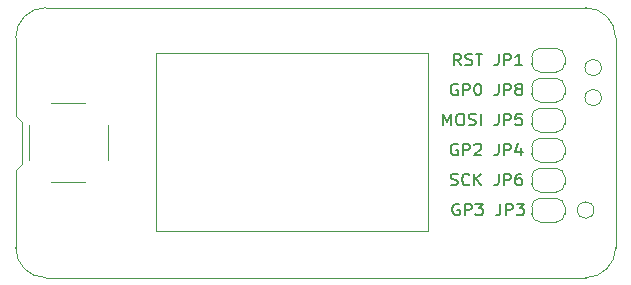
<source format=gbr>
G04 #@! TF.GenerationSoftware,KiCad,Pcbnew,(5.1.0-0)*
G04 #@! TF.CreationDate,2019-05-27T18:32:18+02:00*
G04 #@! TF.ProjectId,huzzah-cc112x-shield,68757a7a-6168-42d6-9363-313132782d73,1*
G04 #@! TF.SameCoordinates,Original*
G04 #@! TF.FileFunction,Legend,Top*
G04 #@! TF.FilePolarity,Positive*
%FSLAX46Y46*%
G04 Gerber Fmt 4.6, Leading zero omitted, Abs format (unit mm)*
G04 Created by KiCad (PCBNEW (5.1.0-0)) date 2019-05-27 18:32:18*
%MOMM*%
%LPD*%
G04 APERTURE LIST*
%ADD10C,0.120000*%
%ADD11C,0.100000*%
%ADD12C,0.150000*%
G04 APERTURE END LIST*
D10*
X57720000Y-21860000D02*
X59120000Y-21860000D01*
X59820000Y-22560000D02*
X59820000Y-23160000D01*
X59120000Y-23860000D02*
X57720000Y-23860000D01*
X57020000Y-23160000D02*
X57020000Y-22560000D01*
X57020000Y-22560000D02*
G75*
G02X57720000Y-21860000I700000J0D01*
G01*
X57720000Y-23860000D02*
G75*
G02X57020000Y-23160000I0J700000D01*
G01*
X59820000Y-23160000D02*
G75*
G02X59120000Y-23860000I-700000J0D01*
G01*
X59120000Y-21860000D02*
G75*
G02X59820000Y-22560000I0J-700000D01*
G01*
X62930000Y-20955000D02*
G75*
G03X62930000Y-20955000I-700000J0D01*
G01*
X62930000Y-18415000D02*
G75*
G03X62930000Y-18415000I-700000J0D01*
G01*
X62295000Y-30480000D02*
G75*
G03X62295000Y-30480000I-700000J0D01*
G01*
X57720000Y-19320000D02*
X59120000Y-19320000D01*
X59820000Y-20020000D02*
X59820000Y-20620000D01*
X59120000Y-21320000D02*
X57720000Y-21320000D01*
X57020000Y-20620000D02*
X57020000Y-20020000D01*
X57020000Y-20020000D02*
G75*
G02X57720000Y-19320000I700000J0D01*
G01*
X57720000Y-21320000D02*
G75*
G02X57020000Y-20620000I0J700000D01*
G01*
X59820000Y-20620000D02*
G75*
G02X59120000Y-21320000I-700000J0D01*
G01*
X59120000Y-19320000D02*
G75*
G02X59820000Y-20020000I0J-700000D01*
G01*
X57720000Y-26940000D02*
X59120000Y-26940000D01*
X59820000Y-27640000D02*
X59820000Y-28240000D01*
X59120000Y-28940000D02*
X57720000Y-28940000D01*
X57020000Y-28240000D02*
X57020000Y-27640000D01*
X57020000Y-27640000D02*
G75*
G02X57720000Y-26940000I700000J0D01*
G01*
X57720000Y-28940000D02*
G75*
G02X57020000Y-28240000I0J700000D01*
G01*
X59820000Y-28240000D02*
G75*
G02X59120000Y-28940000I-700000J0D01*
G01*
X59120000Y-26940000D02*
G75*
G02X59820000Y-27640000I0J-700000D01*
G01*
X57720000Y-24400000D02*
X59120000Y-24400000D01*
X59820000Y-25100000D02*
X59820000Y-25700000D01*
X59120000Y-26400000D02*
X57720000Y-26400000D01*
X57020000Y-25700000D02*
X57020000Y-25100000D01*
X57020000Y-25100000D02*
G75*
G02X57720000Y-24400000I700000J0D01*
G01*
X57720000Y-26400000D02*
G75*
G02X57020000Y-25700000I0J700000D01*
G01*
X59820000Y-25700000D02*
G75*
G02X59120000Y-26400000I-700000J0D01*
G01*
X59120000Y-24400000D02*
G75*
G02X59820000Y-25100000I0J-700000D01*
G01*
X57720000Y-29480000D02*
X59120000Y-29480000D01*
X59820000Y-30180000D02*
X59820000Y-30780000D01*
X59120000Y-31480000D02*
X57720000Y-31480000D01*
X57020000Y-30780000D02*
X57020000Y-30180000D01*
X57020000Y-30180000D02*
G75*
G02X57720000Y-29480000I700000J0D01*
G01*
X57720000Y-31480000D02*
G75*
G02X57020000Y-30780000I0J700000D01*
G01*
X59820000Y-30780000D02*
G75*
G02X59120000Y-31480000I-700000J0D01*
G01*
X59120000Y-29480000D02*
G75*
G02X59820000Y-30180000I0J-700000D01*
G01*
X57720000Y-16780000D02*
X59120000Y-16780000D01*
X59820000Y-17480000D02*
X59820000Y-18080000D01*
X59120000Y-18780000D02*
X57720000Y-18780000D01*
X57020000Y-18080000D02*
X57020000Y-17480000D01*
X57020000Y-17480000D02*
G75*
G02X57720000Y-16780000I700000J0D01*
G01*
X57720000Y-18780000D02*
G75*
G02X57020000Y-18080000I0J700000D01*
G01*
X59820000Y-18080000D02*
G75*
G02X59120000Y-18780000I-700000J0D01*
G01*
X59120000Y-16780000D02*
G75*
G02X59820000Y-17480000I0J-700000D01*
G01*
D11*
X15875000Y-36195000D02*
G75*
G02X13335000Y-33655000I0J2540000D01*
G01*
X13335000Y-27051000D02*
X13335000Y-33655000D01*
X13843000Y-26543000D02*
X13335000Y-27051000D01*
X13843000Y-22987000D02*
X13843000Y-26543000D01*
X13335000Y-22479000D02*
X13843000Y-22987000D01*
X13335000Y-15875000D02*
X13335000Y-22479000D01*
X13335000Y-15875000D02*
G75*
G02X15875000Y-13335000I2540000J0D01*
G01*
X61595000Y-13335000D02*
X15875000Y-13335000D01*
X61595000Y-13335000D02*
G75*
G02X64135000Y-15875000I0J-2540000D01*
G01*
X64135000Y-33655000D02*
X64135000Y-15875000D01*
X64135000Y-33655000D02*
G75*
G02X61595000Y-36195000I-2540000J0D01*
G01*
X15875000Y-36195000D02*
X61595000Y-36195000D01*
D10*
X48250000Y-32250000D02*
X48250000Y-17190000D01*
X48250000Y-32250000D02*
X25200000Y-32250000D01*
X25200000Y-32250000D02*
X25200000Y-17190000D01*
X48250000Y-17190000D02*
X25200000Y-17190000D01*
X16330000Y-28120000D02*
X19230000Y-28120000D01*
X16330000Y-21410000D02*
X19230000Y-21410000D01*
X21135000Y-26215000D02*
X21135000Y-23315000D01*
X14425000Y-26215000D02*
X14425000Y-23315000D01*
D12*
X49560357Y-23312380D02*
X49560357Y-22312380D01*
X49893690Y-23026666D01*
X50227023Y-22312380D01*
X50227023Y-23312380D01*
X50893690Y-22312380D02*
X51084166Y-22312380D01*
X51179404Y-22360000D01*
X51274642Y-22455238D01*
X51322261Y-22645714D01*
X51322261Y-22979047D01*
X51274642Y-23169523D01*
X51179404Y-23264761D01*
X51084166Y-23312380D01*
X50893690Y-23312380D01*
X50798452Y-23264761D01*
X50703214Y-23169523D01*
X50655595Y-22979047D01*
X50655595Y-22645714D01*
X50703214Y-22455238D01*
X50798452Y-22360000D01*
X50893690Y-22312380D01*
X51703214Y-23264761D02*
X51846071Y-23312380D01*
X52084166Y-23312380D01*
X52179404Y-23264761D01*
X52227023Y-23217142D01*
X52274642Y-23121904D01*
X52274642Y-23026666D01*
X52227023Y-22931428D01*
X52179404Y-22883809D01*
X52084166Y-22836190D01*
X51893690Y-22788571D01*
X51798452Y-22740952D01*
X51750833Y-22693333D01*
X51703214Y-22598095D01*
X51703214Y-22502857D01*
X51750833Y-22407619D01*
X51798452Y-22360000D01*
X51893690Y-22312380D01*
X52131785Y-22312380D01*
X52274642Y-22360000D01*
X52703214Y-23312380D02*
X52703214Y-22312380D01*
X54227023Y-22312380D02*
X54227023Y-23026666D01*
X54179404Y-23169523D01*
X54084166Y-23264761D01*
X53941309Y-23312380D01*
X53846071Y-23312380D01*
X54703214Y-23312380D02*
X54703214Y-22312380D01*
X55084166Y-22312380D01*
X55179404Y-22360000D01*
X55227023Y-22407619D01*
X55274642Y-22502857D01*
X55274642Y-22645714D01*
X55227023Y-22740952D01*
X55179404Y-22788571D01*
X55084166Y-22836190D01*
X54703214Y-22836190D01*
X56179404Y-22312380D02*
X55703214Y-22312380D01*
X55655595Y-22788571D01*
X55703214Y-22740952D01*
X55798452Y-22693333D01*
X56036547Y-22693333D01*
X56131785Y-22740952D01*
X56179404Y-22788571D01*
X56227023Y-22883809D01*
X56227023Y-23121904D01*
X56179404Y-23217142D01*
X56131785Y-23264761D01*
X56036547Y-23312380D01*
X55798452Y-23312380D01*
X55703214Y-23264761D01*
X55655595Y-23217142D01*
X50750833Y-19820000D02*
X50655595Y-19772380D01*
X50512738Y-19772380D01*
X50369880Y-19820000D01*
X50274642Y-19915238D01*
X50227023Y-20010476D01*
X50179404Y-20200952D01*
X50179404Y-20343809D01*
X50227023Y-20534285D01*
X50274642Y-20629523D01*
X50369880Y-20724761D01*
X50512738Y-20772380D01*
X50607976Y-20772380D01*
X50750833Y-20724761D01*
X50798452Y-20677142D01*
X50798452Y-20343809D01*
X50607976Y-20343809D01*
X51227023Y-20772380D02*
X51227023Y-19772380D01*
X51607976Y-19772380D01*
X51703214Y-19820000D01*
X51750833Y-19867619D01*
X51798452Y-19962857D01*
X51798452Y-20105714D01*
X51750833Y-20200952D01*
X51703214Y-20248571D01*
X51607976Y-20296190D01*
X51227023Y-20296190D01*
X52417499Y-19772380D02*
X52512738Y-19772380D01*
X52607976Y-19820000D01*
X52655595Y-19867619D01*
X52703214Y-19962857D01*
X52750833Y-20153333D01*
X52750833Y-20391428D01*
X52703214Y-20581904D01*
X52655595Y-20677142D01*
X52607976Y-20724761D01*
X52512738Y-20772380D01*
X52417499Y-20772380D01*
X52322261Y-20724761D01*
X52274642Y-20677142D01*
X52227023Y-20581904D01*
X52179404Y-20391428D01*
X52179404Y-20153333D01*
X52227023Y-19962857D01*
X52274642Y-19867619D01*
X52322261Y-19820000D01*
X52417499Y-19772380D01*
X54227023Y-19772380D02*
X54227023Y-20486666D01*
X54179404Y-20629523D01*
X54084166Y-20724761D01*
X53941309Y-20772380D01*
X53846071Y-20772380D01*
X54703214Y-20772380D02*
X54703214Y-19772380D01*
X55084166Y-19772380D01*
X55179404Y-19820000D01*
X55227023Y-19867619D01*
X55274642Y-19962857D01*
X55274642Y-20105714D01*
X55227023Y-20200952D01*
X55179404Y-20248571D01*
X55084166Y-20296190D01*
X54703214Y-20296190D01*
X55846071Y-20200952D02*
X55750833Y-20153333D01*
X55703214Y-20105714D01*
X55655595Y-20010476D01*
X55655595Y-19962857D01*
X55703214Y-19867619D01*
X55750833Y-19820000D01*
X55846071Y-19772380D01*
X56036547Y-19772380D01*
X56131785Y-19820000D01*
X56179404Y-19867619D01*
X56227023Y-19962857D01*
X56227023Y-20010476D01*
X56179404Y-20105714D01*
X56131785Y-20153333D01*
X56036547Y-20200952D01*
X55846071Y-20200952D01*
X55750833Y-20248571D01*
X55703214Y-20296190D01*
X55655595Y-20391428D01*
X55655595Y-20581904D01*
X55703214Y-20677142D01*
X55750833Y-20724761D01*
X55846071Y-20772380D01*
X56036547Y-20772380D01*
X56131785Y-20724761D01*
X56179404Y-20677142D01*
X56227023Y-20581904D01*
X56227023Y-20391428D01*
X56179404Y-20296190D01*
X56131785Y-20248571D01*
X56036547Y-20200952D01*
X50179404Y-28344761D02*
X50322261Y-28392380D01*
X50560357Y-28392380D01*
X50655595Y-28344761D01*
X50703214Y-28297142D01*
X50750833Y-28201904D01*
X50750833Y-28106666D01*
X50703214Y-28011428D01*
X50655595Y-27963809D01*
X50560357Y-27916190D01*
X50369880Y-27868571D01*
X50274642Y-27820952D01*
X50227023Y-27773333D01*
X50179404Y-27678095D01*
X50179404Y-27582857D01*
X50227023Y-27487619D01*
X50274642Y-27440000D01*
X50369880Y-27392380D01*
X50607976Y-27392380D01*
X50750833Y-27440000D01*
X51750833Y-28297142D02*
X51703214Y-28344761D01*
X51560357Y-28392380D01*
X51465119Y-28392380D01*
X51322261Y-28344761D01*
X51227023Y-28249523D01*
X51179404Y-28154285D01*
X51131785Y-27963809D01*
X51131785Y-27820952D01*
X51179404Y-27630476D01*
X51227023Y-27535238D01*
X51322261Y-27440000D01*
X51465119Y-27392380D01*
X51560357Y-27392380D01*
X51703214Y-27440000D01*
X51750833Y-27487619D01*
X52179404Y-28392380D02*
X52179404Y-27392380D01*
X52750833Y-28392380D02*
X52322261Y-27820952D01*
X52750833Y-27392380D02*
X52179404Y-27963809D01*
X54227023Y-27392380D02*
X54227023Y-28106666D01*
X54179404Y-28249523D01*
X54084166Y-28344761D01*
X53941309Y-28392380D01*
X53846071Y-28392380D01*
X54703214Y-28392380D02*
X54703214Y-27392380D01*
X55084166Y-27392380D01*
X55179404Y-27440000D01*
X55227023Y-27487619D01*
X55274642Y-27582857D01*
X55274642Y-27725714D01*
X55227023Y-27820952D01*
X55179404Y-27868571D01*
X55084166Y-27916190D01*
X54703214Y-27916190D01*
X56131785Y-27392380D02*
X55941309Y-27392380D01*
X55846071Y-27440000D01*
X55798452Y-27487619D01*
X55703214Y-27630476D01*
X55655595Y-27820952D01*
X55655595Y-28201904D01*
X55703214Y-28297142D01*
X55750833Y-28344761D01*
X55846071Y-28392380D01*
X56036547Y-28392380D01*
X56131785Y-28344761D01*
X56179404Y-28297142D01*
X56227023Y-28201904D01*
X56227023Y-27963809D01*
X56179404Y-27868571D01*
X56131785Y-27820952D01*
X56036547Y-27773333D01*
X55846071Y-27773333D01*
X55750833Y-27820952D01*
X55703214Y-27868571D01*
X55655595Y-27963809D01*
X50750833Y-24900000D02*
X50655595Y-24852380D01*
X50512738Y-24852380D01*
X50369880Y-24900000D01*
X50274642Y-24995238D01*
X50227023Y-25090476D01*
X50179404Y-25280952D01*
X50179404Y-25423809D01*
X50227023Y-25614285D01*
X50274642Y-25709523D01*
X50369880Y-25804761D01*
X50512738Y-25852380D01*
X50607976Y-25852380D01*
X50750833Y-25804761D01*
X50798452Y-25757142D01*
X50798452Y-25423809D01*
X50607976Y-25423809D01*
X51227023Y-25852380D02*
X51227023Y-24852380D01*
X51607976Y-24852380D01*
X51703214Y-24900000D01*
X51750833Y-24947619D01*
X51798452Y-25042857D01*
X51798452Y-25185714D01*
X51750833Y-25280952D01*
X51703214Y-25328571D01*
X51607976Y-25376190D01*
X51227023Y-25376190D01*
X52179404Y-24947619D02*
X52227023Y-24900000D01*
X52322261Y-24852380D01*
X52560357Y-24852380D01*
X52655595Y-24900000D01*
X52703214Y-24947619D01*
X52750833Y-25042857D01*
X52750833Y-25138095D01*
X52703214Y-25280952D01*
X52131785Y-25852380D01*
X52750833Y-25852380D01*
X54227023Y-24852380D02*
X54227023Y-25566666D01*
X54179404Y-25709523D01*
X54084166Y-25804761D01*
X53941309Y-25852380D01*
X53846071Y-25852380D01*
X54703214Y-25852380D02*
X54703214Y-24852380D01*
X55084166Y-24852380D01*
X55179404Y-24900000D01*
X55227023Y-24947619D01*
X55274642Y-25042857D01*
X55274642Y-25185714D01*
X55227023Y-25280952D01*
X55179404Y-25328571D01*
X55084166Y-25376190D01*
X54703214Y-25376190D01*
X56131785Y-25185714D02*
X56131785Y-25852380D01*
X55893690Y-24804761D02*
X55655595Y-25519047D01*
X56274642Y-25519047D01*
X50887619Y-29980000D02*
X50792380Y-29932380D01*
X50649523Y-29932380D01*
X50506666Y-29980000D01*
X50411428Y-30075238D01*
X50363809Y-30170476D01*
X50316190Y-30360952D01*
X50316190Y-30503809D01*
X50363809Y-30694285D01*
X50411428Y-30789523D01*
X50506666Y-30884761D01*
X50649523Y-30932380D01*
X50744761Y-30932380D01*
X50887619Y-30884761D01*
X50935238Y-30837142D01*
X50935238Y-30503809D01*
X50744761Y-30503809D01*
X51363809Y-30932380D02*
X51363809Y-29932380D01*
X51744761Y-29932380D01*
X51840000Y-29980000D01*
X51887619Y-30027619D01*
X51935238Y-30122857D01*
X51935238Y-30265714D01*
X51887619Y-30360952D01*
X51840000Y-30408571D01*
X51744761Y-30456190D01*
X51363809Y-30456190D01*
X52268571Y-29932380D02*
X52887619Y-29932380D01*
X52554285Y-30313333D01*
X52697142Y-30313333D01*
X52792380Y-30360952D01*
X52840000Y-30408571D01*
X52887619Y-30503809D01*
X52887619Y-30741904D01*
X52840000Y-30837142D01*
X52792380Y-30884761D01*
X52697142Y-30932380D01*
X52411428Y-30932380D01*
X52316190Y-30884761D01*
X52268571Y-30837142D01*
X54363809Y-29932380D02*
X54363809Y-30646666D01*
X54316190Y-30789523D01*
X54220952Y-30884761D01*
X54078095Y-30932380D01*
X53982857Y-30932380D01*
X54840000Y-30932380D02*
X54840000Y-29932380D01*
X55220952Y-29932380D01*
X55316190Y-29980000D01*
X55363809Y-30027619D01*
X55411428Y-30122857D01*
X55411428Y-30265714D01*
X55363809Y-30360952D01*
X55316190Y-30408571D01*
X55220952Y-30456190D01*
X54840000Y-30456190D01*
X55744761Y-29932380D02*
X56363809Y-29932380D01*
X56030476Y-30313333D01*
X56173333Y-30313333D01*
X56268571Y-30360952D01*
X56316190Y-30408571D01*
X56363809Y-30503809D01*
X56363809Y-30741904D01*
X56316190Y-30837142D01*
X56268571Y-30884761D01*
X56173333Y-30932380D01*
X55887619Y-30932380D01*
X55792380Y-30884761D01*
X55744761Y-30837142D01*
X51036547Y-18232380D02*
X50703214Y-17756190D01*
X50465119Y-18232380D02*
X50465119Y-17232380D01*
X50846071Y-17232380D01*
X50941309Y-17280000D01*
X50988928Y-17327619D01*
X51036547Y-17422857D01*
X51036547Y-17565714D01*
X50988928Y-17660952D01*
X50941309Y-17708571D01*
X50846071Y-17756190D01*
X50465119Y-17756190D01*
X51417500Y-18184761D02*
X51560357Y-18232380D01*
X51798452Y-18232380D01*
X51893690Y-18184761D01*
X51941309Y-18137142D01*
X51988928Y-18041904D01*
X51988928Y-17946666D01*
X51941309Y-17851428D01*
X51893690Y-17803809D01*
X51798452Y-17756190D01*
X51607976Y-17708571D01*
X51512738Y-17660952D01*
X51465119Y-17613333D01*
X51417500Y-17518095D01*
X51417500Y-17422857D01*
X51465119Y-17327619D01*
X51512738Y-17280000D01*
X51607976Y-17232380D01*
X51846071Y-17232380D01*
X51988928Y-17280000D01*
X52274642Y-17232380D02*
X52846071Y-17232380D01*
X52560357Y-18232380D02*
X52560357Y-17232380D01*
X54227023Y-17232380D02*
X54227023Y-17946666D01*
X54179404Y-18089523D01*
X54084166Y-18184761D01*
X53941309Y-18232380D01*
X53846071Y-18232380D01*
X54703214Y-18232380D02*
X54703214Y-17232380D01*
X55084166Y-17232380D01*
X55179404Y-17280000D01*
X55227023Y-17327619D01*
X55274642Y-17422857D01*
X55274642Y-17565714D01*
X55227023Y-17660952D01*
X55179404Y-17708571D01*
X55084166Y-17756190D01*
X54703214Y-17756190D01*
X56227023Y-18232380D02*
X55655595Y-18232380D01*
X55941309Y-18232380D02*
X55941309Y-17232380D01*
X55846071Y-17375238D01*
X55750833Y-17470476D01*
X55655595Y-17518095D01*
M02*

</source>
